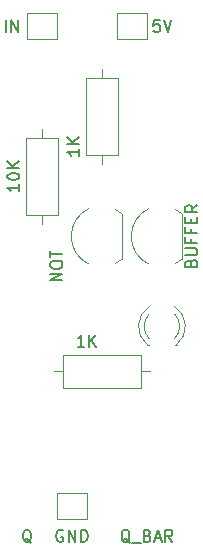
<source format=gbr>
%TF.GenerationSoftware,KiCad,Pcbnew,7.0.8*%
%TF.CreationDate,2023-10-09T16:54:36-07:00*%
%TF.ProjectId,decoder_head,6465636f-6465-4725-9f68-6561642e6b69,rev?*%
%TF.SameCoordinates,Original*%
%TF.FileFunction,Legend,Top*%
%TF.FilePolarity,Positive*%
%FSLAX46Y46*%
G04 Gerber Fmt 4.6, Leading zero omitted, Abs format (unit mm)*
G04 Created by KiCad (PCBNEW 7.0.8) date 2023-10-09 16:54:36*
%MOMM*%
%LPD*%
G01*
G04 APERTURE LIST*
%ADD10C,0.150000*%
%ADD11C,0.120000*%
G04 APERTURE END LIST*
D10*
X68421428Y-130090057D02*
X68326190Y-130042438D01*
X68326190Y-130042438D02*
X68230952Y-129947200D01*
X68230952Y-129947200D02*
X68088095Y-129804342D01*
X68088095Y-129804342D02*
X67992857Y-129756723D01*
X67992857Y-129756723D02*
X67897619Y-129756723D01*
X67945238Y-129994819D02*
X67850000Y-129947200D01*
X67850000Y-129947200D02*
X67754762Y-129851961D01*
X67754762Y-129851961D02*
X67707143Y-129661485D01*
X67707143Y-129661485D02*
X67707143Y-129328152D01*
X67707143Y-129328152D02*
X67754762Y-129137676D01*
X67754762Y-129137676D02*
X67850000Y-129042438D01*
X67850000Y-129042438D02*
X67945238Y-128994819D01*
X67945238Y-128994819D02*
X68135714Y-128994819D01*
X68135714Y-128994819D02*
X68230952Y-129042438D01*
X68230952Y-129042438D02*
X68326190Y-129137676D01*
X68326190Y-129137676D02*
X68373809Y-129328152D01*
X68373809Y-129328152D02*
X68373809Y-129661485D01*
X68373809Y-129661485D02*
X68326190Y-129851961D01*
X68326190Y-129851961D02*
X68230952Y-129947200D01*
X68230952Y-129947200D02*
X68135714Y-129994819D01*
X68135714Y-129994819D02*
X67945238Y-129994819D01*
X68564286Y-130090057D02*
X69326190Y-130090057D01*
X69897619Y-129471009D02*
X70040476Y-129518628D01*
X70040476Y-129518628D02*
X70088095Y-129566247D01*
X70088095Y-129566247D02*
X70135714Y-129661485D01*
X70135714Y-129661485D02*
X70135714Y-129804342D01*
X70135714Y-129804342D02*
X70088095Y-129899580D01*
X70088095Y-129899580D02*
X70040476Y-129947200D01*
X70040476Y-129947200D02*
X69945238Y-129994819D01*
X69945238Y-129994819D02*
X69564286Y-129994819D01*
X69564286Y-129994819D02*
X69564286Y-128994819D01*
X69564286Y-128994819D02*
X69897619Y-128994819D01*
X69897619Y-128994819D02*
X69992857Y-129042438D01*
X69992857Y-129042438D02*
X70040476Y-129090057D01*
X70040476Y-129090057D02*
X70088095Y-129185295D01*
X70088095Y-129185295D02*
X70088095Y-129280533D01*
X70088095Y-129280533D02*
X70040476Y-129375771D01*
X70040476Y-129375771D02*
X69992857Y-129423390D01*
X69992857Y-129423390D02*
X69897619Y-129471009D01*
X69897619Y-129471009D02*
X69564286Y-129471009D01*
X70516667Y-129709104D02*
X70992857Y-129709104D01*
X70421429Y-129994819D02*
X70754762Y-128994819D01*
X70754762Y-128994819D02*
X71088095Y-129994819D01*
X71992857Y-129994819D02*
X71659524Y-129518628D01*
X71421429Y-129994819D02*
X71421429Y-128994819D01*
X71421429Y-128994819D02*
X71802381Y-128994819D01*
X71802381Y-128994819D02*
X71897619Y-129042438D01*
X71897619Y-129042438D02*
X71945238Y-129090057D01*
X71945238Y-129090057D02*
X71992857Y-129185295D01*
X71992857Y-129185295D02*
X71992857Y-129328152D01*
X71992857Y-129328152D02*
X71945238Y-129423390D01*
X71945238Y-129423390D02*
X71897619Y-129471009D01*
X71897619Y-129471009D02*
X71802381Y-129518628D01*
X71802381Y-129518628D02*
X71421429Y-129518628D01*
X60070952Y-130090057D02*
X59975714Y-130042438D01*
X59975714Y-130042438D02*
X59880476Y-129947200D01*
X59880476Y-129947200D02*
X59737619Y-129804342D01*
X59737619Y-129804342D02*
X59642381Y-129756723D01*
X59642381Y-129756723D02*
X59547143Y-129756723D01*
X59594762Y-129994819D02*
X59499524Y-129947200D01*
X59499524Y-129947200D02*
X59404286Y-129851961D01*
X59404286Y-129851961D02*
X59356667Y-129661485D01*
X59356667Y-129661485D02*
X59356667Y-129328152D01*
X59356667Y-129328152D02*
X59404286Y-129137676D01*
X59404286Y-129137676D02*
X59499524Y-129042438D01*
X59499524Y-129042438D02*
X59594762Y-128994819D01*
X59594762Y-128994819D02*
X59785238Y-128994819D01*
X59785238Y-128994819D02*
X59880476Y-129042438D01*
X59880476Y-129042438D02*
X59975714Y-129137676D01*
X59975714Y-129137676D02*
X60023333Y-129328152D01*
X60023333Y-129328152D02*
X60023333Y-129661485D01*
X60023333Y-129661485D02*
X59975714Y-129851961D01*
X59975714Y-129851961D02*
X59880476Y-129947200D01*
X59880476Y-129947200D02*
X59785238Y-129994819D01*
X59785238Y-129994819D02*
X59594762Y-129994819D01*
X62738095Y-129042438D02*
X62642857Y-128994819D01*
X62642857Y-128994819D02*
X62500000Y-128994819D01*
X62500000Y-128994819D02*
X62357143Y-129042438D01*
X62357143Y-129042438D02*
X62261905Y-129137676D01*
X62261905Y-129137676D02*
X62214286Y-129232914D01*
X62214286Y-129232914D02*
X62166667Y-129423390D01*
X62166667Y-129423390D02*
X62166667Y-129566247D01*
X62166667Y-129566247D02*
X62214286Y-129756723D01*
X62214286Y-129756723D02*
X62261905Y-129851961D01*
X62261905Y-129851961D02*
X62357143Y-129947200D01*
X62357143Y-129947200D02*
X62500000Y-129994819D01*
X62500000Y-129994819D02*
X62595238Y-129994819D01*
X62595238Y-129994819D02*
X62738095Y-129947200D01*
X62738095Y-129947200D02*
X62785714Y-129899580D01*
X62785714Y-129899580D02*
X62785714Y-129566247D01*
X62785714Y-129566247D02*
X62595238Y-129566247D01*
X63214286Y-129994819D02*
X63214286Y-128994819D01*
X63214286Y-128994819D02*
X63785714Y-129994819D01*
X63785714Y-129994819D02*
X63785714Y-128994819D01*
X64261905Y-129994819D02*
X64261905Y-128994819D01*
X64261905Y-128994819D02*
X64500000Y-128994819D01*
X64500000Y-128994819D02*
X64642857Y-129042438D01*
X64642857Y-129042438D02*
X64738095Y-129137676D01*
X64738095Y-129137676D02*
X64785714Y-129232914D01*
X64785714Y-129232914D02*
X64833333Y-129423390D01*
X64833333Y-129423390D02*
X64833333Y-129566247D01*
X64833333Y-129566247D02*
X64785714Y-129756723D01*
X64785714Y-129756723D02*
X64738095Y-129851961D01*
X64738095Y-129851961D02*
X64642857Y-129947200D01*
X64642857Y-129947200D02*
X64500000Y-129994819D01*
X64500000Y-129994819D02*
X64261905Y-129994819D01*
X57896191Y-86814819D02*
X57896191Y-85814819D01*
X58372381Y-86814819D02*
X58372381Y-85814819D01*
X58372381Y-85814819D02*
X58943809Y-86814819D01*
X58943809Y-86814819D02*
X58943809Y-85814819D01*
X64124819Y-96734285D02*
X64124819Y-97305713D01*
X64124819Y-97019999D02*
X63124819Y-97019999D01*
X63124819Y-97019999D02*
X63267676Y-97115237D01*
X63267676Y-97115237D02*
X63362914Y-97210475D01*
X63362914Y-97210475D02*
X63410533Y-97305713D01*
X64124819Y-96305713D02*
X63124819Y-96305713D01*
X64124819Y-95734285D02*
X63553390Y-96162856D01*
X63124819Y-95734285D02*
X63696247Y-96305713D01*
X73591009Y-106401904D02*
X73638628Y-106259047D01*
X73638628Y-106259047D02*
X73686247Y-106211428D01*
X73686247Y-106211428D02*
X73781485Y-106163809D01*
X73781485Y-106163809D02*
X73924342Y-106163809D01*
X73924342Y-106163809D02*
X74019580Y-106211428D01*
X74019580Y-106211428D02*
X74067200Y-106259047D01*
X74067200Y-106259047D02*
X74114819Y-106354285D01*
X74114819Y-106354285D02*
X74114819Y-106735237D01*
X74114819Y-106735237D02*
X73114819Y-106735237D01*
X73114819Y-106735237D02*
X73114819Y-106401904D01*
X73114819Y-106401904D02*
X73162438Y-106306666D01*
X73162438Y-106306666D02*
X73210057Y-106259047D01*
X73210057Y-106259047D02*
X73305295Y-106211428D01*
X73305295Y-106211428D02*
X73400533Y-106211428D01*
X73400533Y-106211428D02*
X73495771Y-106259047D01*
X73495771Y-106259047D02*
X73543390Y-106306666D01*
X73543390Y-106306666D02*
X73591009Y-106401904D01*
X73591009Y-106401904D02*
X73591009Y-106735237D01*
X73114819Y-105735237D02*
X73924342Y-105735237D01*
X73924342Y-105735237D02*
X74019580Y-105687618D01*
X74019580Y-105687618D02*
X74067200Y-105639999D01*
X74067200Y-105639999D02*
X74114819Y-105544761D01*
X74114819Y-105544761D02*
X74114819Y-105354285D01*
X74114819Y-105354285D02*
X74067200Y-105259047D01*
X74067200Y-105259047D02*
X74019580Y-105211428D01*
X74019580Y-105211428D02*
X73924342Y-105163809D01*
X73924342Y-105163809D02*
X73114819Y-105163809D01*
X73591009Y-104354285D02*
X73591009Y-104687618D01*
X74114819Y-104687618D02*
X73114819Y-104687618D01*
X73114819Y-104687618D02*
X73114819Y-104211428D01*
X73591009Y-103497142D02*
X73591009Y-103830475D01*
X74114819Y-103830475D02*
X73114819Y-103830475D01*
X73114819Y-103830475D02*
X73114819Y-103354285D01*
X73591009Y-102973332D02*
X73591009Y-102639999D01*
X74114819Y-102497142D02*
X74114819Y-102973332D01*
X74114819Y-102973332D02*
X73114819Y-102973332D01*
X73114819Y-102973332D02*
X73114819Y-102497142D01*
X74114819Y-101497142D02*
X73638628Y-101830475D01*
X74114819Y-102068570D02*
X73114819Y-102068570D01*
X73114819Y-102068570D02*
X73114819Y-101687618D01*
X73114819Y-101687618D02*
X73162438Y-101592380D01*
X73162438Y-101592380D02*
X73210057Y-101544761D01*
X73210057Y-101544761D02*
X73305295Y-101497142D01*
X73305295Y-101497142D02*
X73448152Y-101497142D01*
X73448152Y-101497142D02*
X73543390Y-101544761D01*
X73543390Y-101544761D02*
X73591009Y-101592380D01*
X73591009Y-101592380D02*
X73638628Y-101687618D01*
X73638628Y-101687618D02*
X73638628Y-102068570D01*
X59044819Y-99750476D02*
X59044819Y-100321904D01*
X59044819Y-100036190D02*
X58044819Y-100036190D01*
X58044819Y-100036190D02*
X58187676Y-100131428D01*
X58187676Y-100131428D02*
X58282914Y-100226666D01*
X58282914Y-100226666D02*
X58330533Y-100321904D01*
X58044819Y-99131428D02*
X58044819Y-99036190D01*
X58044819Y-99036190D02*
X58092438Y-98940952D01*
X58092438Y-98940952D02*
X58140057Y-98893333D01*
X58140057Y-98893333D02*
X58235295Y-98845714D01*
X58235295Y-98845714D02*
X58425771Y-98798095D01*
X58425771Y-98798095D02*
X58663866Y-98798095D01*
X58663866Y-98798095D02*
X58854342Y-98845714D01*
X58854342Y-98845714D02*
X58949580Y-98893333D01*
X58949580Y-98893333D02*
X58997200Y-98940952D01*
X58997200Y-98940952D02*
X59044819Y-99036190D01*
X59044819Y-99036190D02*
X59044819Y-99131428D01*
X59044819Y-99131428D02*
X58997200Y-99226666D01*
X58997200Y-99226666D02*
X58949580Y-99274285D01*
X58949580Y-99274285D02*
X58854342Y-99321904D01*
X58854342Y-99321904D02*
X58663866Y-99369523D01*
X58663866Y-99369523D02*
X58425771Y-99369523D01*
X58425771Y-99369523D02*
X58235295Y-99321904D01*
X58235295Y-99321904D02*
X58140057Y-99274285D01*
X58140057Y-99274285D02*
X58092438Y-99226666D01*
X58092438Y-99226666D02*
X58044819Y-99131428D01*
X59044819Y-98369523D02*
X58044819Y-98369523D01*
X59044819Y-97798095D02*
X58473390Y-98226666D01*
X58044819Y-97798095D02*
X58616247Y-98369523D01*
X64555714Y-113484819D02*
X63984286Y-113484819D01*
X64270000Y-113484819D02*
X64270000Y-112484819D01*
X64270000Y-112484819D02*
X64174762Y-112627676D01*
X64174762Y-112627676D02*
X64079524Y-112722914D01*
X64079524Y-112722914D02*
X63984286Y-112770533D01*
X64984286Y-113484819D02*
X64984286Y-112484819D01*
X65555714Y-113484819D02*
X65127143Y-112913390D01*
X65555714Y-112484819D02*
X64984286Y-113056247D01*
X62684819Y-107870475D02*
X61684819Y-107870475D01*
X61684819Y-107870475D02*
X62684819Y-107299047D01*
X62684819Y-107299047D02*
X61684819Y-107299047D01*
X61684819Y-106632380D02*
X61684819Y-106441904D01*
X61684819Y-106441904D02*
X61732438Y-106346666D01*
X61732438Y-106346666D02*
X61827676Y-106251428D01*
X61827676Y-106251428D02*
X62018152Y-106203809D01*
X62018152Y-106203809D02*
X62351485Y-106203809D01*
X62351485Y-106203809D02*
X62541961Y-106251428D01*
X62541961Y-106251428D02*
X62637200Y-106346666D01*
X62637200Y-106346666D02*
X62684819Y-106441904D01*
X62684819Y-106441904D02*
X62684819Y-106632380D01*
X62684819Y-106632380D02*
X62637200Y-106727618D01*
X62637200Y-106727618D02*
X62541961Y-106822856D01*
X62541961Y-106822856D02*
X62351485Y-106870475D01*
X62351485Y-106870475D02*
X62018152Y-106870475D01*
X62018152Y-106870475D02*
X61827676Y-106822856D01*
X61827676Y-106822856D02*
X61732438Y-106727618D01*
X61732438Y-106727618D02*
X61684819Y-106632380D01*
X61684819Y-105918094D02*
X61684819Y-105346666D01*
X62684819Y-105632380D02*
X61684819Y-105632380D01*
X70929523Y-85814819D02*
X70453333Y-85814819D01*
X70453333Y-85814819D02*
X70405714Y-86291009D01*
X70405714Y-86291009D02*
X70453333Y-86243390D01*
X70453333Y-86243390D02*
X70548571Y-86195771D01*
X70548571Y-86195771D02*
X70786666Y-86195771D01*
X70786666Y-86195771D02*
X70881904Y-86243390D01*
X70881904Y-86243390D02*
X70929523Y-86291009D01*
X70929523Y-86291009D02*
X70977142Y-86386247D01*
X70977142Y-86386247D02*
X70977142Y-86624342D01*
X70977142Y-86624342D02*
X70929523Y-86719580D01*
X70929523Y-86719580D02*
X70881904Y-86767200D01*
X70881904Y-86767200D02*
X70786666Y-86814819D01*
X70786666Y-86814819D02*
X70548571Y-86814819D01*
X70548571Y-86814819D02*
X70453333Y-86767200D01*
X70453333Y-86767200D02*
X70405714Y-86719580D01*
X71262857Y-85814819D02*
X71596190Y-86814819D01*
X71596190Y-86814819D02*
X71929523Y-85814819D01*
D11*
%TO.C,GND*%
X62200000Y-125900000D02*
X62200000Y-127600000D01*
X62200000Y-127600000D02*
X62200000Y-128100000D01*
X62200000Y-128100000D02*
X64800000Y-128100000D01*
X64800000Y-125900000D02*
X62200000Y-125900000D01*
X64800000Y-128100000D02*
X64800000Y-125900000D01*
%TO.C,IN*%
X59660000Y-85260000D02*
X59660000Y-86960000D01*
X59660000Y-86960000D02*
X59660000Y-87460000D01*
X59660000Y-87460000D02*
X62260000Y-87460000D01*
X62260000Y-85260000D02*
X59660000Y-85260000D01*
X62260000Y-87460000D02*
X62260000Y-85260000D01*
%TO.C,1K*%
X66040000Y-98020000D02*
X66040000Y-97250000D01*
X64670000Y-97250000D02*
X67410000Y-97250000D01*
X67410000Y-97250000D02*
X67410000Y-90710000D01*
X64670000Y-90710000D02*
X64670000Y-97250000D01*
X67410000Y-90710000D02*
X64670000Y-90710000D01*
X66040000Y-89940000D02*
X66040000Y-90710000D01*
%TO.C,REF\u002A\u002A*%
X69884000Y-113320000D02*
X70040000Y-113320000D01*
X72200000Y-113320000D02*
X72356000Y-113320000D01*
X70041392Y-110087666D02*
G75*
G03*
X69884485Y-113319999I1078608J-1672334D01*
G01*
X70040164Y-110718871D02*
G75*
G03*
X70040001Y-112800960I1079836J-1041129D01*
G01*
X72199999Y-112800960D02*
G75*
G03*
X72199836Y-110718871I-1079999J1040960D01*
G01*
X72355515Y-113319999D02*
G75*
G03*
X72198608Y-110087666I-1235515J1559999D01*
G01*
%TO.C,BUFFER*%
X72820000Y-106080000D02*
X72820000Y-102230000D01*
X68520001Y-104140000D02*
G75*
G03*
X70021193Y-106496399I2599999J0D01*
G01*
X72242045Y-106462631D02*
G75*
G03*
X72820000Y-106080000I-1122045J2322631D01*
G01*
X70021193Y-101783600D02*
G75*
G03*
X68520000Y-104140000I1098807J-2356400D01*
G01*
X72819999Y-102230001D02*
G75*
G03*
X72232264Y-101837618I-1699999J-1909999D01*
G01*
%TO.C,10K*%
X60960000Y-103100000D02*
X60960000Y-102330000D01*
X59590000Y-102330000D02*
X62330000Y-102330000D01*
X62330000Y-102330000D02*
X62330000Y-95790000D01*
X59590000Y-95790000D02*
X59590000Y-102330000D01*
X62330000Y-95790000D02*
X59590000Y-95790000D01*
X60960000Y-95020000D02*
X60960000Y-95790000D01*
%TO.C,1K*%
X70080000Y-115570000D02*
X69310000Y-115570000D01*
X69310000Y-116940000D02*
X69310000Y-114200000D01*
X69310000Y-114200000D02*
X62770000Y-114200000D01*
X62770000Y-116940000D02*
X69310000Y-116940000D01*
X62770000Y-114200000D02*
X62770000Y-116940000D01*
X62000000Y-115570000D02*
X62770000Y-115570000D01*
%TO.C,NOT*%
X67740000Y-106080000D02*
X67740000Y-102230000D01*
X63440001Y-104140000D02*
G75*
G03*
X64941193Y-106496399I2599999J0D01*
G01*
X67162045Y-106462631D02*
G75*
G03*
X67740000Y-106080000I-1122045J2322631D01*
G01*
X64941193Y-101783600D02*
G75*
G03*
X63440000Y-104140000I1098807J-2356400D01*
G01*
X67739999Y-102230001D02*
G75*
G03*
X67152264Y-101837618I-1699999J-1909999D01*
G01*
%TO.C,5V*%
X67280000Y-85260000D02*
X67280000Y-86960000D01*
X67280000Y-86960000D02*
X67280000Y-87460000D01*
X67280000Y-87460000D02*
X69880000Y-87460000D01*
X69880000Y-85260000D02*
X67280000Y-85260000D01*
X69880000Y-87460000D02*
X69880000Y-85260000D01*
%TD*%
M02*

</source>
